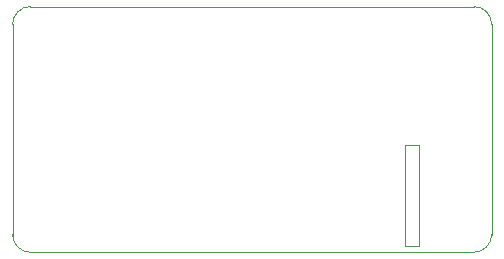
<source format=gm1>
G04 #@! TF.GenerationSoftware,KiCad,Pcbnew,(5.99.0-10559-g8513ca974c)*
G04 #@! TF.CreationDate,2021-05-16T19:19:17+12:00*
G04 #@! TF.ProjectId,SafePulse,53616665-5075-46c7-9365-2e6b69636164,V1.2.2*
G04 #@! TF.SameCoordinates,Original*
G04 #@! TF.FileFunction,Profile,NP*
%FSLAX46Y46*%
G04 Gerber Fmt 4.6, Leading zero omitted, Abs format (unit mm)*
G04 Created by KiCad (PCBNEW (5.99.0-10559-g8513ca974c)) date 2021-05-16 19:19:17*
%MOMM*%
%LPD*%
G01*
G04 APERTURE LIST*
G04 #@! TA.AperFunction,Profile*
%ADD10C,0.100000*%
G04 #@! TD*
G04 APERTURE END LIST*
D10*
X165300000Y-57165000D02*
X127738000Y-57165000D01*
X166800000Y-58665000D02*
X166800000Y-76465000D01*
X165300000Y-77965000D02*
X127738000Y-77965000D01*
X126238000Y-76465000D02*
X126238000Y-58665000D01*
X127738000Y-57165000D02*
G75*
G03*
X126238000Y-58665000I0J-1500000D01*
G01*
X166800000Y-58665000D02*
G75*
G03*
X165300000Y-57165000I-1500000J0D01*
G01*
X127738000Y-77965000D02*
G75*
G02*
X126238000Y-76465000I0J1500000D01*
G01*
X165300000Y-77965000D02*
G75*
G03*
X166800000Y-76465000I0J1500000D01*
G01*
X159450000Y-68925000D02*
X160650000Y-68925000D01*
X160650000Y-68925000D02*
X160650000Y-77465000D01*
X160650000Y-77465000D02*
X159450000Y-77465000D01*
X159450000Y-77465000D02*
X159450000Y-68925000D01*
M02*

</source>
